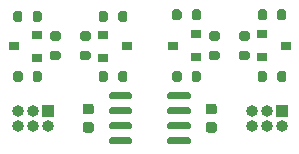
<source format=gbr>
%TF.GenerationSoftware,KiCad,Pcbnew,(5.1.10)-1*%
%TF.CreationDate,2022-01-17T16:38:06+07:00*%
%TF.ProjectId,ADuM_I2C_v3,4144754d-5f49-4324-935f-76332e6b6963,rev?*%
%TF.SameCoordinates,Original*%
%TF.FileFunction,Soldermask,Top*%
%TF.FilePolarity,Negative*%
%FSLAX46Y46*%
G04 Gerber Fmt 4.6, Leading zero omitted, Abs format (unit mm)*
G04 Created by KiCad (PCBNEW (5.1.10)-1) date 2022-01-17 16:38:06*
%MOMM*%
%LPD*%
G01*
G04 APERTURE LIST*
%ADD10O,1.000000X1.000000*%
%ADD11R,1.000000X1.000000*%
%ADD12R,0.900000X0.800000*%
G04 APERTURE END LIST*
D10*
%TO.C,J1*%
X108636000Y-97714000D03*
X108636000Y-96444000D03*
X109906000Y-97714000D03*
X109906000Y-96444000D03*
X111176000Y-97714000D03*
D11*
X111176000Y-96444000D03*
%TD*%
D10*
%TO.C,J2*%
X88824000Y-97714000D03*
X88824000Y-96444000D03*
X90094000Y-97714000D03*
X90094000Y-96444000D03*
X91364000Y-97714000D03*
D11*
X91364000Y-96444000D03*
%TD*%
%TO.C,U2*%
G36*
G01*
X98500000Y-98834000D02*
X98500000Y-99134000D01*
G75*
G02*
X98350000Y-99284000I-150000J0D01*
G01*
X96700000Y-99284000D01*
G75*
G02*
X96550000Y-99134000I0J150000D01*
G01*
X96550000Y-98834000D01*
G75*
G02*
X96700000Y-98684000I150000J0D01*
G01*
X98350000Y-98684000D01*
G75*
G02*
X98500000Y-98834000I0J-150000D01*
G01*
G37*
G36*
G01*
X98500000Y-97564000D02*
X98500000Y-97864000D01*
G75*
G02*
X98350000Y-98014000I-150000J0D01*
G01*
X96700000Y-98014000D01*
G75*
G02*
X96550000Y-97864000I0J150000D01*
G01*
X96550000Y-97564000D01*
G75*
G02*
X96700000Y-97414000I150000J0D01*
G01*
X98350000Y-97414000D01*
G75*
G02*
X98500000Y-97564000I0J-150000D01*
G01*
G37*
G36*
G01*
X98500000Y-96294000D02*
X98500000Y-96594000D01*
G75*
G02*
X98350000Y-96744000I-150000J0D01*
G01*
X96700000Y-96744000D01*
G75*
G02*
X96550000Y-96594000I0J150000D01*
G01*
X96550000Y-96294000D01*
G75*
G02*
X96700000Y-96144000I150000J0D01*
G01*
X98350000Y-96144000D01*
G75*
G02*
X98500000Y-96294000I0J-150000D01*
G01*
G37*
G36*
G01*
X98500000Y-95024000D02*
X98500000Y-95324000D01*
G75*
G02*
X98350000Y-95474000I-150000J0D01*
G01*
X96700000Y-95474000D01*
G75*
G02*
X96550000Y-95324000I0J150000D01*
G01*
X96550000Y-95024000D01*
G75*
G02*
X96700000Y-94874000I150000J0D01*
G01*
X98350000Y-94874000D01*
G75*
G02*
X98500000Y-95024000I0J-150000D01*
G01*
G37*
G36*
G01*
X103450000Y-95024000D02*
X103450000Y-95324000D01*
G75*
G02*
X103300000Y-95474000I-150000J0D01*
G01*
X101650000Y-95474000D01*
G75*
G02*
X101500000Y-95324000I0J150000D01*
G01*
X101500000Y-95024000D01*
G75*
G02*
X101650000Y-94874000I150000J0D01*
G01*
X103300000Y-94874000D01*
G75*
G02*
X103450000Y-95024000I0J-150000D01*
G01*
G37*
G36*
G01*
X103450000Y-96294000D02*
X103450000Y-96594000D01*
G75*
G02*
X103300000Y-96744000I-150000J0D01*
G01*
X101650000Y-96744000D01*
G75*
G02*
X101500000Y-96594000I0J150000D01*
G01*
X101500000Y-96294000D01*
G75*
G02*
X101650000Y-96144000I150000J0D01*
G01*
X103300000Y-96144000D01*
G75*
G02*
X103450000Y-96294000I0J-150000D01*
G01*
G37*
G36*
G01*
X103450000Y-97564000D02*
X103450000Y-97864000D01*
G75*
G02*
X103300000Y-98014000I-150000J0D01*
G01*
X101650000Y-98014000D01*
G75*
G02*
X101500000Y-97864000I0J150000D01*
G01*
X101500000Y-97564000D01*
G75*
G02*
X101650000Y-97414000I150000J0D01*
G01*
X103300000Y-97414000D01*
G75*
G02*
X103450000Y-97564000I0J-150000D01*
G01*
G37*
G36*
G01*
X103450000Y-98834000D02*
X103450000Y-99134000D01*
G75*
G02*
X103300000Y-99284000I-150000J0D01*
G01*
X101650000Y-99284000D01*
G75*
G02*
X101500000Y-99134000I0J150000D01*
G01*
X101500000Y-98834000D01*
G75*
G02*
X101650000Y-98684000I150000J0D01*
G01*
X103300000Y-98684000D01*
G75*
G02*
X103450000Y-98834000I0J-150000D01*
G01*
G37*
%TD*%
%TO.C,R23*%
G36*
G01*
X88425000Y-93798000D02*
X88425000Y-93248000D01*
G75*
G02*
X88625000Y-93048000I200000J0D01*
G01*
X89025000Y-93048000D01*
G75*
G02*
X89225000Y-93248000I0J-200000D01*
G01*
X89225000Y-93798000D01*
G75*
G02*
X89025000Y-93998000I-200000J0D01*
G01*
X88625000Y-93998000D01*
G75*
G02*
X88425000Y-93798000I0J200000D01*
G01*
G37*
G36*
G01*
X90075000Y-93798000D02*
X90075000Y-93248000D01*
G75*
G02*
X90275000Y-93048000I200000J0D01*
G01*
X90675000Y-93048000D01*
G75*
G02*
X90875000Y-93248000I0J-200000D01*
G01*
X90875000Y-93798000D01*
G75*
G02*
X90675000Y-93998000I-200000J0D01*
G01*
X90275000Y-93998000D01*
G75*
G02*
X90075000Y-93798000I0J200000D01*
G01*
G37*
%TD*%
%TO.C,R21*%
G36*
G01*
X96463000Y-88168000D02*
X96463000Y-88718000D01*
G75*
G02*
X96263000Y-88918000I-200000J0D01*
G01*
X95863000Y-88918000D01*
G75*
G02*
X95663000Y-88718000I0J200000D01*
G01*
X95663000Y-88168000D01*
G75*
G02*
X95863000Y-87968000I200000J0D01*
G01*
X96263000Y-87968000D01*
G75*
G02*
X96463000Y-88168000I0J-200000D01*
G01*
G37*
G36*
G01*
X98113000Y-88168000D02*
X98113000Y-88718000D01*
G75*
G02*
X97913000Y-88918000I-200000J0D01*
G01*
X97513000Y-88918000D01*
G75*
G02*
X97313000Y-88718000I0J200000D01*
G01*
X97313000Y-88168000D01*
G75*
G02*
X97513000Y-87968000I200000J0D01*
G01*
X97913000Y-87968000D01*
G75*
G02*
X98113000Y-88168000I0J-200000D01*
G01*
G37*
%TD*%
%TO.C,R19*%
G36*
G01*
X88424000Y-88718000D02*
X88424000Y-88168000D01*
G75*
G02*
X88624000Y-87968000I200000J0D01*
G01*
X89024000Y-87968000D01*
G75*
G02*
X89224000Y-88168000I0J-200000D01*
G01*
X89224000Y-88718000D01*
G75*
G02*
X89024000Y-88918000I-200000J0D01*
G01*
X88624000Y-88918000D01*
G75*
G02*
X88424000Y-88718000I0J200000D01*
G01*
G37*
G36*
G01*
X90074000Y-88718000D02*
X90074000Y-88168000D01*
G75*
G02*
X90274000Y-87968000I200000J0D01*
G01*
X90674000Y-87968000D01*
G75*
G02*
X90874000Y-88168000I0J-200000D01*
G01*
X90874000Y-88718000D01*
G75*
G02*
X90674000Y-88918000I-200000J0D01*
G01*
X90274000Y-88918000D01*
G75*
G02*
X90074000Y-88718000I0J200000D01*
G01*
G37*
%TD*%
%TO.C,R17*%
G36*
G01*
X96463000Y-93248000D02*
X96463000Y-93798000D01*
G75*
G02*
X96263000Y-93998000I-200000J0D01*
G01*
X95863000Y-93998000D01*
G75*
G02*
X95663000Y-93798000I0J200000D01*
G01*
X95663000Y-93248000D01*
G75*
G02*
X95863000Y-93048000I200000J0D01*
G01*
X96263000Y-93048000D01*
G75*
G02*
X96463000Y-93248000I0J-200000D01*
G01*
G37*
G36*
G01*
X98113000Y-93248000D02*
X98113000Y-93798000D01*
G75*
G02*
X97913000Y-93998000I-200000J0D01*
G01*
X97513000Y-93998000D01*
G75*
G02*
X97313000Y-93798000I0J200000D01*
G01*
X97313000Y-93248000D01*
G75*
G02*
X97513000Y-93048000I200000J0D01*
G01*
X97913000Y-93048000D01*
G75*
G02*
X98113000Y-93248000I0J-200000D01*
G01*
G37*
%TD*%
%TO.C,R15*%
G36*
G01*
X92274000Y-92145000D02*
X91724000Y-92145000D01*
G75*
G02*
X91524000Y-91945000I0J200000D01*
G01*
X91524000Y-91545000D01*
G75*
G02*
X91724000Y-91345000I200000J0D01*
G01*
X92274000Y-91345000D01*
G75*
G02*
X92474000Y-91545000I0J-200000D01*
G01*
X92474000Y-91945000D01*
G75*
G02*
X92274000Y-92145000I-200000J0D01*
G01*
G37*
G36*
G01*
X92274000Y-90495000D02*
X91724000Y-90495000D01*
G75*
G02*
X91524000Y-90295000I0J200000D01*
G01*
X91524000Y-89895000D01*
G75*
G02*
X91724000Y-89695000I200000J0D01*
G01*
X92274000Y-89695000D01*
G75*
G02*
X92474000Y-89895000I0J-200000D01*
G01*
X92474000Y-90295000D01*
G75*
G02*
X92274000Y-90495000I-200000J0D01*
G01*
G37*
%TD*%
%TO.C,R13*%
G36*
G01*
X94264000Y-91344000D02*
X94814000Y-91344000D01*
G75*
G02*
X95014000Y-91544000I0J-200000D01*
G01*
X95014000Y-91944000D01*
G75*
G02*
X94814000Y-92144000I-200000J0D01*
G01*
X94264000Y-92144000D01*
G75*
G02*
X94064000Y-91944000I0J200000D01*
G01*
X94064000Y-91544000D01*
G75*
G02*
X94264000Y-91344000I200000J0D01*
G01*
G37*
G36*
G01*
X94264000Y-89694000D02*
X94814000Y-89694000D01*
G75*
G02*
X95014000Y-89894000I0J-200000D01*
G01*
X95014000Y-90294000D01*
G75*
G02*
X94814000Y-90494000I-200000J0D01*
G01*
X94264000Y-90494000D01*
G75*
G02*
X94064000Y-90294000I0J200000D01*
G01*
X94064000Y-89894000D01*
G75*
G02*
X94264000Y-89694000I200000J0D01*
G01*
G37*
%TD*%
%TO.C,R11*%
G36*
G01*
X107726000Y-91345000D02*
X108276000Y-91345000D01*
G75*
G02*
X108476000Y-91545000I0J-200000D01*
G01*
X108476000Y-91945000D01*
G75*
G02*
X108276000Y-92145000I-200000J0D01*
G01*
X107726000Y-92145000D01*
G75*
G02*
X107526000Y-91945000I0J200000D01*
G01*
X107526000Y-91545000D01*
G75*
G02*
X107726000Y-91345000I200000J0D01*
G01*
G37*
G36*
G01*
X107726000Y-89695000D02*
X108276000Y-89695000D01*
G75*
G02*
X108476000Y-89895000I0J-200000D01*
G01*
X108476000Y-90295000D01*
G75*
G02*
X108276000Y-90495000I-200000J0D01*
G01*
X107726000Y-90495000D01*
G75*
G02*
X107526000Y-90295000I0J200000D01*
G01*
X107526000Y-89895000D01*
G75*
G02*
X107726000Y-89695000I200000J0D01*
G01*
G37*
%TD*%
%TO.C,R10*%
G36*
G01*
X105736000Y-90495000D02*
X105186000Y-90495000D01*
G75*
G02*
X104986000Y-90295000I0J200000D01*
G01*
X104986000Y-89895000D01*
G75*
G02*
X105186000Y-89695000I200000J0D01*
G01*
X105736000Y-89695000D01*
G75*
G02*
X105936000Y-89895000I0J-200000D01*
G01*
X105936000Y-90295000D01*
G75*
G02*
X105736000Y-90495000I-200000J0D01*
G01*
G37*
G36*
G01*
X105736000Y-92145000D02*
X105186000Y-92145000D01*
G75*
G02*
X104986000Y-91945000I0J200000D01*
G01*
X104986000Y-91545000D01*
G75*
G02*
X105186000Y-91345000I200000J0D01*
G01*
X105736000Y-91345000D01*
G75*
G02*
X105936000Y-91545000I0J-200000D01*
G01*
X105936000Y-91945000D01*
G75*
G02*
X105736000Y-92145000I-200000J0D01*
G01*
G37*
%TD*%
%TO.C,R7*%
G36*
G01*
X110776000Y-93798000D02*
X110776000Y-93248000D01*
G75*
G02*
X110976000Y-93048000I200000J0D01*
G01*
X111376000Y-93048000D01*
G75*
G02*
X111576000Y-93248000I0J-200000D01*
G01*
X111576000Y-93798000D01*
G75*
G02*
X111376000Y-93998000I-200000J0D01*
G01*
X110976000Y-93998000D01*
G75*
G02*
X110776000Y-93798000I0J200000D01*
G01*
G37*
G36*
G01*
X109126000Y-93798000D02*
X109126000Y-93248000D01*
G75*
G02*
X109326000Y-93048000I200000J0D01*
G01*
X109726000Y-93048000D01*
G75*
G02*
X109926000Y-93248000I0J-200000D01*
G01*
X109926000Y-93798000D01*
G75*
G02*
X109726000Y-93998000I-200000J0D01*
G01*
X109326000Y-93998000D01*
G75*
G02*
X109126000Y-93798000I0J200000D01*
G01*
G37*
%TD*%
%TO.C,R6*%
G36*
G01*
X102687000Y-88041000D02*
X102687000Y-88591000D01*
G75*
G02*
X102487000Y-88791000I-200000J0D01*
G01*
X102087000Y-88791000D01*
G75*
G02*
X101887000Y-88591000I0J200000D01*
G01*
X101887000Y-88041000D01*
G75*
G02*
X102087000Y-87841000I200000J0D01*
G01*
X102487000Y-87841000D01*
G75*
G02*
X102687000Y-88041000I0J-200000D01*
G01*
G37*
G36*
G01*
X104337000Y-88041000D02*
X104337000Y-88591000D01*
G75*
G02*
X104137000Y-88791000I-200000J0D01*
G01*
X103737000Y-88791000D01*
G75*
G02*
X103537000Y-88591000I0J200000D01*
G01*
X103537000Y-88041000D01*
G75*
G02*
X103737000Y-87841000I200000J0D01*
G01*
X104137000Y-87841000D01*
G75*
G02*
X104337000Y-88041000I0J-200000D01*
G01*
G37*
%TD*%
%TO.C,R3*%
G36*
G01*
X109925000Y-88041000D02*
X109925000Y-88591000D01*
G75*
G02*
X109725000Y-88791000I-200000J0D01*
G01*
X109325000Y-88791000D01*
G75*
G02*
X109125000Y-88591000I0J200000D01*
G01*
X109125000Y-88041000D01*
G75*
G02*
X109325000Y-87841000I200000J0D01*
G01*
X109725000Y-87841000D01*
G75*
G02*
X109925000Y-88041000I0J-200000D01*
G01*
G37*
G36*
G01*
X111575000Y-88041000D02*
X111575000Y-88591000D01*
G75*
G02*
X111375000Y-88791000I-200000J0D01*
G01*
X110975000Y-88791000D01*
G75*
G02*
X110775000Y-88591000I0J200000D01*
G01*
X110775000Y-88041000D01*
G75*
G02*
X110975000Y-87841000I200000J0D01*
G01*
X111375000Y-87841000D01*
G75*
G02*
X111575000Y-88041000I0J-200000D01*
G01*
G37*
%TD*%
%TO.C,R2*%
G36*
G01*
X103537000Y-93798000D02*
X103537000Y-93248000D01*
G75*
G02*
X103737000Y-93048000I200000J0D01*
G01*
X104137000Y-93048000D01*
G75*
G02*
X104337000Y-93248000I0J-200000D01*
G01*
X104337000Y-93798000D01*
G75*
G02*
X104137000Y-93998000I-200000J0D01*
G01*
X103737000Y-93998000D01*
G75*
G02*
X103537000Y-93798000I0J200000D01*
G01*
G37*
G36*
G01*
X101887000Y-93798000D02*
X101887000Y-93248000D01*
G75*
G02*
X102087000Y-93048000I200000J0D01*
G01*
X102487000Y-93048000D01*
G75*
G02*
X102687000Y-93248000I0J-200000D01*
G01*
X102687000Y-93798000D01*
G75*
G02*
X102487000Y-93998000I-200000J0D01*
G01*
X102087000Y-93998000D01*
G75*
G02*
X101887000Y-93798000I0J200000D01*
G01*
G37*
%TD*%
D12*
%TO.C,Q7*%
X90475000Y-91933000D03*
X90475000Y-90033000D03*
X88475000Y-90983000D03*
%TD*%
%TO.C,Q5*%
X98063000Y-90983000D03*
X96063000Y-91933000D03*
X96063000Y-90033000D03*
%TD*%
%TO.C,Q3*%
X111525000Y-90922000D03*
X109525000Y-91872000D03*
X109525000Y-89972000D03*
%TD*%
%TO.C,Q2*%
X101937000Y-90917000D03*
X103937000Y-89967000D03*
X103937000Y-91867000D03*
%TD*%
%TO.C,C5*%
G36*
G01*
X95043000Y-96741000D02*
X94543000Y-96741000D01*
G75*
G02*
X94318000Y-96516000I0J225000D01*
G01*
X94318000Y-96066000D01*
G75*
G02*
X94543000Y-95841000I225000J0D01*
G01*
X95043000Y-95841000D01*
G75*
G02*
X95268000Y-96066000I0J-225000D01*
G01*
X95268000Y-96516000D01*
G75*
G02*
X95043000Y-96741000I-225000J0D01*
G01*
G37*
G36*
G01*
X95043000Y-98291000D02*
X94543000Y-98291000D01*
G75*
G02*
X94318000Y-98066000I0J225000D01*
G01*
X94318000Y-97616000D01*
G75*
G02*
X94543000Y-97391000I225000J0D01*
G01*
X95043000Y-97391000D01*
G75*
G02*
X95268000Y-97616000I0J-225000D01*
G01*
X95268000Y-98066000D01*
G75*
G02*
X95043000Y-98291000I-225000J0D01*
G01*
G37*
%TD*%
%TO.C,C3*%
G36*
G01*
X105457000Y-96741000D02*
X104957000Y-96741000D01*
G75*
G02*
X104732000Y-96516000I0J225000D01*
G01*
X104732000Y-96066000D01*
G75*
G02*
X104957000Y-95841000I225000J0D01*
G01*
X105457000Y-95841000D01*
G75*
G02*
X105682000Y-96066000I0J-225000D01*
G01*
X105682000Y-96516000D01*
G75*
G02*
X105457000Y-96741000I-225000J0D01*
G01*
G37*
G36*
G01*
X105457000Y-98291000D02*
X104957000Y-98291000D01*
G75*
G02*
X104732000Y-98066000I0J225000D01*
G01*
X104732000Y-97616000D01*
G75*
G02*
X104957000Y-97391000I225000J0D01*
G01*
X105457000Y-97391000D01*
G75*
G02*
X105682000Y-97616000I0J-225000D01*
G01*
X105682000Y-98066000D01*
G75*
G02*
X105457000Y-98291000I-225000J0D01*
G01*
G37*
%TD*%
M02*

</source>
